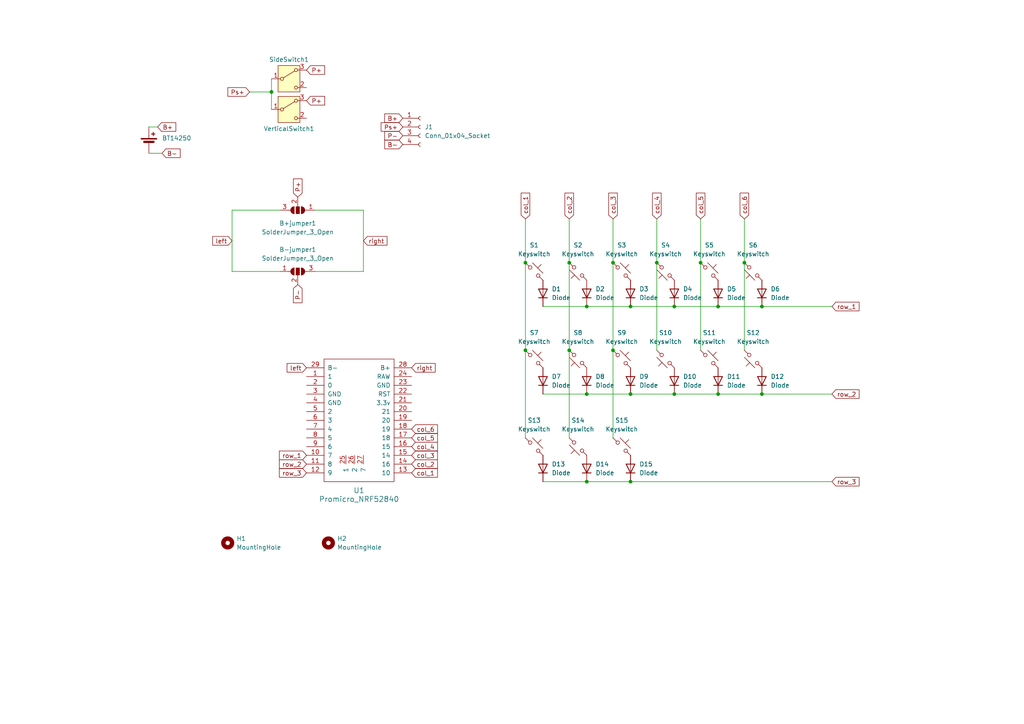
<source format=kicad_sch>
(kicad_sch (version 20250114) (generator "eeschema") (generator_version "9.0")
  (paper "A4")
  (lib_symbols
    (symbol "Connector:Conn_01x04_Socket" (pin_names (offset 1.016) (hide yes))
      (property "Reference" "J" (at 0 5.08 0))
      (property "Value" "Conn_01x04_Socket" (at 0 -7.62 0))
      (symbol "Conn_01x04_Socket_1_1"
        (polyline (pts (xy -1.27 2.54) (xy -0.508 2.54)) (stroke (width 0.1524)))
        (polyline (pts (xy -1.27 0) (xy -0.508 0)) (stroke (width 0.1524)))
        (polyline (pts (xy -1.27 -2.54) (xy -0.508 -2.54)) (stroke (width 0.1524)))
        (polyline (pts (xy -1.27 -5.08) (xy -0.508 -5.08)) (stroke (width 0.1524)))
        (arc (start 0 2.032) (mid -0.5058 2.54) (end 0 3.048) (stroke (width 0.1524)))
        (arc (start 0 -0.508) (mid -0.5058 0) (end 0 0.508) (stroke (width 0.1524)))
        (arc (start 0 -3.048) (mid -0.5058 -2.54) (end 0 -2.032) (stroke (width 0.1524)))
        (arc (start 0 -5.588) (mid -0.5058 -5.08) (end 0 -4.572) (stroke (width 0.1524)))
        (pin passive line (at -5.08 2.54 0) (length 3.81) (name "Pin_1") (number "1"))
        (pin passive line (at -5.08 0 0) (length 3.81) (name "Pin_2") (number "2"))
        (pin passive line (at -5.08 -2.54 0) (length 3.81) (name "Pin_3") (number "3"))
        (pin passive line (at -5.08 -5.08 0) (length 3.81) (name "Pin_4") (number "4"))
      )
    )
    (symbol "Device:Battery_Cell" (pin_numbers (hide yes)) (pin_names (offset 0) (hide yes))
      (property "Reference" "BT" (at 2.54 2.54 0))
      (property "Value" "Battery_Cell" (at 2.54 0 0))
      (symbol "Battery_Cell_0_1"
        (rectangle (start -2.286 1.778) (end 2.286 1.524) (fill (type outline)))
        (rectangle (start -1.524 1.016) (end 1.524 0.508) (fill (type outline)))
        (polyline (pts (xy 0 1.778) (xy 0 2.54)))
        (polyline (pts (xy 0 0.762) (xy 0 0)))
        (polyline (pts (xy 0.762 3.048) (xy 1.778 3.048)) (stroke (width 0.254)))
        (polyline (pts (xy 1.27 3.556) (xy 1.27 2.54)) (stroke (width 0.254)))
      )
      (symbol "Battery_Cell_1_1"
        (pin passive line (at 0 5.08 270) (length 2.54) (name "+") (number "1"))
        (pin passive line (at 0 -2.54 90) (length 2.54) (name "-") (number "2"))
      )
    )
    (symbol "Jumper:SolderJumper_3_Open" (pin_names (offset 0) (hide yes)) (in_bom no)
      (property "Reference" "JP" (at -2.54 -2.54 0))
      (property "Value" "SolderJumper_3_Open" (at 0 2.794 0))
      (symbol "SolderJumper_3_Open_0_1"
        (polyline (pts (xy -2.54 0) (xy -2.032 0)))
        (polyline (pts (xy -1.016 1.016) (xy -1.016 -1.016)))
        (arc (start -1.016 -1.016) (mid -2.0276 0) (end -1.016 1.016))
        (arc (start -1.016 -1.016) (mid -2.0276 0) (end -1.016 1.016) (fill (type outline)))
        (rectangle (start -0.508 1.016) (end 0.508 -1.016) (fill (type outline)))
        (polyline (pts (xy 0 -1.27) (xy 0 -1.016)))
        (arc (start 1.016 1.016) (mid 2.0276 0) (end 1.016 -1.016))
        (arc (start 1.016 1.016) (mid 2.0276 0) (end 1.016 -1.016) (fill (type outline)))
        (polyline (pts (xy 1.016 1.016) (xy 1.016 -1.016)))
        (polyline (pts (xy 2.54 0) (xy 2.032 0)))
      )
      (symbol "SolderJumper_3_Open_1_1"
        (pin passive line (at -5.08 0 0) (length 2.54) (name "A") (number "1"))
        (pin passive line (at 0 -3.81 90) (length 2.54) (name "C") (number "2"))
        (pin passive line (at 5.08 0 180) (length 2.54) (name "B") (number "3"))
      )
    )
    (symbol "Lander03xD:MCU_promicro_nrf52840" (pin_names (offset 1.016))
      (property "Reference" "U" (at 0 0 0))
      (property "Value" "Promicro_NRF52840" (at 0 -20.32 0))
      (symbol "MCU_promicro_nrf52840_0_1"
        (rectangle (start -10.16 17.78) (end 10.16 -17.78))
      )
      (symbol "MCU_promicro_nrf52840_1_1"
        (pin input line (at -15.24 15.24 0) (length 5.08) (name "B-") (number "29"))
        (pin input line (at -15.24 12.7 0) (length 5.08) (name "1") (number "1"))
        (pin input line (at -15.24 10.16 0) (length 5.08) (name "0") (number "2"))
        (pin input line (at -15.24 7.62 0) (length 5.08) (name "GND") (number "3"))
        (pin input line (at -15.24 5.08 0) (length 5.08) (name "GND") (number "4"))
        (pin input line (at -15.24 2.54 0) (length 5.08) (name "2") (number "5"))
        (pin input line (at -15.24 0 0) (length 5.08) (name "3") (number "6"))
        (pin input line (at -15.24 -2.54 0) (length 5.08) (name "4") (number "7"))
        (pin input line (at -15.24 -5.08 0) (length 5.08) (name "5") (number "8"))
        (pin input line (at -15.24 -7.62 0) (length 5.08) (name "6") (number "9"))
        (pin input line (at -15.24 -10.16 0) (length 5.08) (name "7") (number "10"))
        (pin input line (at -15.24 -12.7 0) (length 5.08) (name "8") (number "11"))
        (pin input line (at -15.24 -15.24 0) (length 5.08) (name "9") (number "12"))
        (pin input line (at -3.81 -10.16 270) (length 2.5) (name "1") (number "25"))
        (pin input line (at -1.27 -10.16 270) (length 2.5) (name "2") (number "26"))
        (pin input line (at 1.27 -10.16 270) (length 2.5) (name "7") (number "27"))
        (pin input line (at 15.24 15.24 180) (length 5.08) (name "B+") (number "28"))
        (pin input line (at 15.24 12.7 180) (length 5.08) (name "RAW") (number "24"))
        (pin input line (at 15.24 10.16 180) (length 5.08) (name "GND") (number "23"))
        (pin input line (at 15.24 7.62 180) (length 5.08) (name "RST") (number "22"))
        (pin input line (at 15.24 5.08 180) (length 5.08) (name "3.3v") (number "21"))
        (pin input line (at 15.24 2.54 180) (length 5.08) (name "21") (number "20"))
        (pin input line (at 15.24 0 180) (length 5.08) (name "20") (number "19"))
        (pin input line (at 15.24 -2.54 180) (length 5.08) (name "19") (number "18"))
        (pin input line (at 15.24 -5.08 180) (length 5.08) (name "18") (number "17"))
        (pin input line (at 15.24 -7.62 180) (length 5.08) (name "15") (number "16"))
        (pin input line (at 15.24 -10.16 180) (length 5.08) (name "14") (number "15"))
        (pin input line (at 15.24 -12.7 180) (length 5.08) (name "16") (number "14"))
        (pin input line (at 15.24 -15.24 180) (length 5.08) (name "10") (number "13"))
      )
    )
    (symbol "Mechanical:MountingHole" (pin_names (offset 1.016)) (in_bom no)
      (property "Reference" "H" (at 0 5.08 0))
      (property "Value" "MountingHole" (at 0 3.175 0))
      (symbol "MountingHole_0_1"
        (circle (center 0 0) (radius 1.27) (stroke (width 1.27)))
      )
    )
    (symbol "ScottoKeebs:Placeholder_Diode" (pin_numbers (hide yes)) (pin_names (hide yes))
      (property "Reference" "D" (at 0 2.54 0))
      (property "Value" "Diode" (at 0 -2.54 0))
      (symbol "Placeholder_Diode_0_1"
        (polyline (pts (xy -1.27 1.27) (xy -1.27 -1.27)) (stroke (width 0.254)))
        (polyline (pts (xy 1.27 1.27) (xy 1.27 -1.27) (xy -1.27 0) (xy 1.27 1.27)) (stroke (width 0.254)))
        (polyline (pts (xy 1.27 0) (xy -1.27 0)))
      )
      (symbol "Placeholder_Diode_1_1"
        (pin passive line (at -3.81 0 0) (length 2.54) (name "K") (number "1"))
        (pin passive line (at 3.81 0 180) (length 2.54) (name "A") (number "2"))
      )
    )
    (symbol "ScottoKeebs:Placeholder_Keyswitch" (pin_numbers (hide yes)) (pin_names (offset 1.016) (hide yes))
      (property "Reference" "S" (at 3.048 1.016 0))
      (property "Value" "Keyswitch" (at 0 -3.81 0))
      (symbol "Placeholder_Keyswitch_0_1"
        (polyline (pts (xy -2.54 2.54) (xy -1.524 1.524) (xy -1.524 1.524)))
        (circle (center -1.1684 1.1684) (radius 0.508))
        (polyline (pts (xy -0.508 2.54) (xy 2.54 -0.508)))
        (polyline (pts (xy 1.016 1.016) (xy 2.032 2.032)))
        (circle (center 1.143 -1.1938) (radius 0.508))
        (polyline (pts (xy 1.524 -1.524) (xy 2.54 -2.54) (xy 2.54 -2.54) (xy 2.54 -2.54)))
        (pin passive line (at -2.54 2.54 0) (length 0) (name "1") (number "1"))
        (pin passive line (at 2.54 -2.54 180) (length 0) (name "2") (number "2"))
      )
    )
    (symbol "Switch:SW_SPDT_312" (pin_names (offset 1) (hide yes))
      (property "Reference" "SW" (at 0 5.08 0))
      (property "Value" "SW_SPDT_312" (at 0 -5.08 0))
      (symbol "SW_SPDT_312_0_1"
        (circle (center -2.032 0) (radius 0.4572))
        (polyline (pts (xy -1.651 0.254) (xy 1.651 2.286)))
        (circle (center 2.032 2.54) (radius 0.4572))
        (circle (center 2.032 -2.54) (radius 0.4572))
      )
      (symbol "SW_SPDT_312_1_1"
        (rectangle (start -3.175 3.81) (end 3.175 -3.81) (fill (type background)))
        (pin passive line (at -5.08 0 0) (length 2.54) (name "B") (number "1"))
        (pin passive line (at 5.08 2.54 180) (length 2.54) (name "A") (number "3"))
        (pin passive line (at 5.08 -2.54 180) (length 2.54) (name "C") (number "2"))
      )
    )
  )
  (junction (at 208.28 88.9))
  (junction (at 177.8 101.6))
  (junction (at 195.58 88.9))
  (junction (at 170.18 139.7))
  (junction (at 220.98 114.3))
  (junction (at 195.58 114.3))
  (junction (at 152.4 101.6))
  (junction (at 170.18 114.3))
  (junction (at 215.9 76.2))
  (junction (at 220.98 88.9))
  (junction (at 182.88 88.9))
  (junction (at 203.2 76.2))
  (junction (at 152.4 76.2))
  (junction (at 190.5 76.2))
  (junction (at 182.88 139.7))
  (junction (at 182.88 114.3))
  (junction (at 208.28 114.3))
  (junction (at 170.18 88.9))
  (junction (at 165.1 101.6))
  (junction (at 78.74 26.67))
  (junction (at 177.8 76.2))
  (junction (at 165.1 76.2))
  (wire (pts (xy 152.4 63.5) (xy 152.4 76.2)))
  (wire (pts (xy 105.41 78.74) (xy 105.41 60.96)))
  (wire (pts (xy 157.48 114.3) (xy 170.18 114.3)))
  (wire (pts (xy 195.58 114.3) (xy 208.28 114.3)))
  (wire (pts (xy 195.58 88.9) (xy 208.28 88.9)))
  (wire (pts (xy 220.98 88.9) (xy 241.3 88.9)))
  (wire (pts (xy 45.72 36.83) (xy 43.18 36.83)))
  (wire (pts (xy 43.18 44.45) (xy 46.99 44.45)))
  (wire (pts (xy 170.18 114.3) (xy 182.88 114.3)))
  (wire (pts (xy 190.5 63.5) (xy 190.5 76.2)))
  (wire (pts (xy 177.8 101.6) (xy 177.8 127)))
  (wire (pts (xy 177.8 76.2) (xy 177.8 101.6)))
  (wire (pts (xy 170.18 139.7) (xy 182.88 139.7)))
  (wire (pts (xy 203.2 76.2) (xy 203.2 101.6)))
  (wire (pts (xy 67.31 60.96) (xy 81.28 60.96)))
  (wire (pts (xy 72.39 26.67) (xy 78.74 26.67)))
  (wire (pts (xy 157.48 139.7) (xy 170.18 139.7)))
  (wire (pts (xy 203.2 63.5) (xy 203.2 76.2)))
  (wire (pts (xy 220.98 114.3) (xy 241.3 114.3)))
  (wire (pts (xy 152.4 101.6) (xy 152.4 127)))
  (wire (pts (xy 182.88 88.9) (xy 195.58 88.9)))
  (wire (pts (xy 165.1 101.6) (xy 165.1 127)))
  (wire (pts (xy 165.1 76.2) (xy 165.1 101.6)))
  (wire (pts (xy 157.48 88.9) (xy 170.18 88.9)))
  (wire (pts (xy 78.74 26.67) (xy 78.74 31.75)))
  (wire (pts (xy 81.28 78.74) (xy 67.31 78.74)))
  (wire (pts (xy 152.4 76.2) (xy 152.4 101.6)))
  (wire (pts (xy 208.28 88.9) (xy 220.98 88.9)))
  (wire (pts (xy 78.74 26.67) (xy 78.74 22.86)))
  (wire (pts (xy 91.44 60.96) (xy 105.41 60.96)))
  (wire (pts (xy 165.1 63.5) (xy 165.1 76.2)))
  (wire (pts (xy 190.5 76.2) (xy 190.5 101.6)))
  (wire (pts (xy 182.88 114.3) (xy 195.58 114.3)))
  (wire (pts (xy 105.41 78.74) (xy 91.44 78.74)))
  (wire (pts (xy 182.88 139.7) (xy 241.3 139.7)))
  (wire (pts (xy 67.31 60.96) (xy 67.31 78.74)))
  (wire (pts (xy 170.18 88.9) (xy 182.88 88.9)))
  (wire (pts (xy 208.28 114.3) (xy 220.98 114.3)))
  (wire (pts (xy 177.8 63.5) (xy 177.8 76.2)))
  (wire (pts (xy 215.9 63.5) (xy 215.9 76.2)))
  (wire (pts (xy 215.9 76.2) (xy 215.9 101.6)))
  (global_label "Ps+" (shape input) (at 72.39 26.67 180) (property "Intersheetrefs" "${INTERSHEET_REFS}" (effects (hide yes))))
  (global_label "P+" (shape input) (at 88.9 29.21 0) (property "Intersheetrefs" "${INTERSHEET_REFS}" (effects (hide yes))))
  (global_label "row_3" (shape input) (at 241.3 139.7 0) (property "Intersheetrefs" "${INTERSHEET_REFS}" (effects (hide yes))))
  (global_label "right" (shape input) (at 119.38 106.68 0) (property "Intersheetrefs" "${INTERSHEET_REFS}" (effects (hide yes))))
  (global_label "col_5" (shape input) (at 203.2 63.5 90) (property "Intersheetrefs" "${INTERSHEET_REFS}" (effects (hide yes))))
  (global_label "B-" (shape input) (at 46.99 44.45 0) (property "Intersheetrefs" "${INTERSHEET_REFS}" (effects (hide yes))))
  (global_label "row_1" (shape input) (at 241.3 88.9 0) (property "Intersheetrefs" "${INTERSHEET_REFS}" (effects (hide yes))))
  (global_label "col_3" (shape input) (at 119.38 132.08 0) (property "Intersheetrefs" "${INTERSHEET_REFS}" (effects (hide yes))))
  (global_label "Ps+" (shape input) (at 116.84 36.83 180) (property "Intersheetrefs" "${INTERSHEET_REFS}" (effects (hide yes))))
  (global_label "row_2" (shape input) (at 241.3 114.3 0) (property "Intersheetrefs" "${INTERSHEET_REFS}" (effects (hide yes))))
  (global_label "P+" (shape input) (at 88.9 20.32 0) (property "Intersheetrefs" "${INTERSHEET_REFS}" (effects (hide yes))))
  (global_label "col_2" (shape input) (at 119.38 134.62 0) (property "Intersheetrefs" "${INTERSHEET_REFS}" (effects (hide yes))))
  (global_label "row_1" (shape input) (at 88.9 132.08 180) (property "Intersheetrefs" "${INTERSHEET_REFS}" (effects (hide yes))))
  (global_label "col_6" (shape input) (at 119.38 124.46 0) (property "Intersheetrefs" "${INTERSHEET_REFS}" (effects (hide yes))))
  (global_label "col_1" (shape input) (at 152.4 63.5 90) (property "Intersheetrefs" "${INTERSHEET_REFS}" (effects (hide yes))))
  (global_label "P+" (shape input) (at 86.36 57.15 90) (property "Intersheetrefs" "${INTERSHEET_REFS}" (effects (hide yes))))
  (global_label "right" (shape input) (at 105.41 69.85 0) (property "Intersheetrefs" "${INTERSHEET_REFS}" (effects (hide yes))))
  (global_label "row_2" (shape input) (at 88.9 134.62 180) (property "Intersheetrefs" "${INTERSHEET_REFS}" (effects (hide yes))))
  (global_label "P-" (shape input) (at 116.84 39.37 180) (property "Intersheetrefs" "${INTERSHEET_REFS}" (effects (hide yes))))
  (global_label "left" (shape input) (at 67.31 69.85 180) (property "Intersheetrefs" "${INTERSHEET_REFS}" (effects (hide yes))))
  (global_label "P-" (shape input) (at 86.36 82.55 270) (property "Intersheetrefs" "${INTERSHEET_REFS}" (effects (hide yes))))
  (global_label "col_2" (shape input) (at 165.1 63.5 90) (property "Intersheetrefs" "${INTERSHEET_REFS}" (effects (hide yes))))
  (global_label "col_6" (shape input) (at 215.9 63.5 90) (property "Intersheetrefs" "${INTERSHEET_REFS}" (effects (hide yes))))
  (global_label "col_1" (shape input) (at 119.38 137.16 0) (property "Intersheetrefs" "${INTERSHEET_REFS}" (effects (hide yes))))
  (global_label "left" (shape input) (at 88.9 106.68 180) (property "Intersheetrefs" "${INTERSHEET_REFS}" (effects (hide yes))))
  (global_label "B+" (shape input) (at 45.72 36.83 0) (property "Intersheetrefs" "${INTERSHEET_REFS}" (effects (hide yes))))
  (global_label "col_3" (shape input) (at 177.8 63.5 90) (property "Intersheetrefs" "${INTERSHEET_REFS}" (effects (hide yes))))
  (global_label "B-" (shape input) (at 116.84 41.91 180) (property "Intersheetrefs" "${INTERSHEET_REFS}" (effects (hide yes))))
  (global_label "col_4" (shape input) (at 119.38 129.54 0) (property "Intersheetrefs" "${INTERSHEET_REFS}" (effects (hide yes))))
  (global_label "B+" (shape input) (at 116.84 34.29 180) (property "Intersheetrefs" "${INTERSHEET_REFS}" (effects (hide yes))))
  (global_label "col_4" (shape input) (at 190.5 63.5 90) (property "Intersheetrefs" "${INTERSHEET_REFS}" (effects (hide yes))))
  (global_label "col_5" (shape input) (at 119.38 127 0) (property "Intersheetrefs" "${INTERSHEET_REFS}" (effects (hide yes))))
  (global_label "row_3" (shape input) (at 88.9 137.16 180) (property "Intersheetrefs" "${INTERSHEET_REFS}" (effects (hide yes))))
  (symbol (lib_id "Switch:SW_SPDT_312") (at 83.82 22.86 0) (unit 1)
    (property "Reference" "SideSwitch1" (at 83.82 17.272 0))
    (property "Value" "SW_SPDT_312" (effects (hide yes)))
    (property "Footprint" "lander03xD:powerswitch_SK12D07VG" (effects (hide yes)))
    (property "Description" "Switch, single pole double throw" (effects (hide yes)))
  )
  (symbol (lib_id "ScottoKeebs:Placeholder_Diode") (at 170.18 110.49 90) (unit 1)
    (property "Reference" "D8" (at 172.72 109.2199 90) (effects (justify right)))
    (property "Value" "Diode" (at 172.72 111.7599 90) (effects (justify right)))
    (property "Footprint" "lander03xD:Diode_DO-35_DO35_unprinted" (effects (hide yes)))
    (property "Description" "1N4148 (DO-35) or 1N4148W (SOD-123)" (effects (hide yes)))
    (property "Sim.Device" "D" (effects (hide yes)))
    (property "Sim.Pins" "1=K 2=A" (effects (hide yes)))
  )
  (symbol (lib_id "ScottoKeebs:Placeholder_Diode") (at 157.48 135.89 90) (unit 1)
    (property "Reference" "D13" (at 160.02 134.6199 90) (effects (justify right)))
    (property "Value" "Diode" (at 160.02 137.1599 90) (effects (justify right)))
    (property "Footprint" "lander03xD:Diode_DO-35_DO35_unprinted" (effects (hide yes)))
    (property "Description" "1N4148 (DO-35) or 1N4148W (SOD-123)" (effects (hide yes)))
    (property "Sim.Device" "D" (effects (hide yes)))
    (property "Sim.Pins" "1=K 2=A" (effects (hide yes)))
  )
  (symbol (lib_id "ScottoKeebs:Placeholder_Diode") (at 157.48 85.09 90) (unit 1)
    (property "Reference" "D1" (at 160.02 83.8199 90) (effects (justify right)))
    (property "Value" "Diode" (at 160.02 86.3599 90) (effects (justify right)))
    (property "Footprint" "lander03xD:Diode_DO-35_DO35_unprinted" (effects (hide yes)))
    (property "Description" "1N4148 (DO-35) or 1N4148W (SOD-123)" (effects (hide yes)))
    (property "Sim.Device" "D" (effects (hide yes)))
    (property "Sim.Pins" "1=K 2=A" (effects (hide yes)))
  )
  (symbol (lib_id "Device:Battery_Cell") (at 43.18 41.91 0) (unit 1)
    (property "Reference" "BT14250" (at 46.99 40.0684 0) (effects (justify left)))
    (property "Value" "14250" (effects (hide yes)))
    (property "Footprint" "lander03xD:SbM-9202_14250_battery_holder" (effects (hide yes)))
    (property "Description" "Single-cell battery" (effects (hide yes)))
  )
  (symbol (lib_id "ScottoKeebs:Placeholder_Keyswitch") (at 154.94 78.74 0) (unit 1)
    (property "Reference" "S1" (at 154.94 71.12 0))
    (property "Value" "Keyswitch" (at 154.94 73.66 0))
    (property "Footprint" "lander03xD:Hotswap_1.00u_reversible_18.5mm" (effects (hide yes)))
    (property "Description" "Push button switch, normally open, two pins, 45° tilted" (effects (hide yes)))
  )
  (symbol (lib_id "ScottoKeebs:Placeholder_Diode") (at 195.58 110.49 90) (unit 1)
    (property "Reference" "D10" (at 198.12 109.2199 90) (effects (justify right)))
    (property "Value" "Diode" (at 198.12 111.7599 90) (effects (justify right)))
    (property "Footprint" "lander03xD:Diode_DO-35_DO35_unprinted" (effects (hide yes)))
    (property "Description" "1N4148 (DO-35) or 1N4148W (SOD-123)" (effects (hide yes)))
    (property "Sim.Device" "D" (effects (hide yes)))
    (property "Sim.Pins" "1=K 2=A" (effects (hide yes)))
  )
  (symbol (lib_id "ScottoKeebs:Placeholder_Diode") (at 195.58 85.09 90) (unit 1)
    (property "Reference" "D4" (at 198.12 83.8199 90) (effects (justify right)))
    (property "Value" "Diode" (at 198.12 86.3599 90) (effects (justify right)))
    (property "Footprint" "lander03xD:Diode_DO-35_DO35_unprinted" (effects (hide yes)))
    (property "Description" "1N4148 (DO-35) or 1N4148W (SOD-123)" (effects (hide yes)))
    (property "Sim.Device" "D" (effects (hide yes)))
    (property "Sim.Pins" "1=K 2=A" (effects (hide yes)))
  )
  (symbol (lib_id "Connector:Conn_01x04_Socket") (at 121.92 36.83 0) (unit 1)
    (property "Reference" "J1" (at 123.19 36.8299 0) (effects (justify left)))
    (property "Value" "Conn_01x04_Socket" (at 123.19 39.3699 0) (effects (justify left)))
    (property "Footprint" "Apiaster:BMS 1S" (effects (hide yes)))
    (property "Description" "Generic connector, single row, 01x04, script generated" (effects (hide yes)))
  )
  (symbol (lib_id "ScottoKeebs:Placeholder_Diode") (at 208.28 110.49 90) (unit 1)
    (property "Reference" "D11" (at 210.82 109.2199 90) (effects (justify right)))
    (property "Value" "Diode" (at 210.82 111.7599 90) (effects (justify right)))
    (property "Footprint" "lander03xD:Diode_DO-35_DO35_unprinted" (effects (hide yes)))
    (property "Description" "1N4148 (DO-35) or 1N4148W (SOD-123)" (effects (hide yes)))
    (property "Sim.Device" "D" (effects (hide yes)))
    (property "Sim.Pins" "1=K 2=A" (effects (hide yes)))
  )
  (symbol (lib_id "ScottoKeebs:Placeholder_Keyswitch") (at 167.64 104.14 180) (unit 1)
    (property "Reference" "S8" (at 167.64 96.52 0))
    (property "Value" "Keyswitch" (at 167.64 99.06 0))
    (property "Footprint" "lander03xD:Hotswap_1.00u_reversible_18.5mm" (effects (hide yes)))
    (property "Description" "Push button switch, normally open, two pins, 45° tilted" (effects (hide yes)))
  )
  (symbol (lib_id "ScottoKeebs:Placeholder_Keyswitch") (at 193.04 78.74 180) (unit 1)
    (property "Reference" "S4" (at 193.04 71.12 0))
    (property "Value" "Keyswitch" (at 193.04 73.66 0))
    (property "Footprint" "lander03xD:Hotswap_1.00u_reversible_18.5mm" (effects (hide yes)))
    (property "Description" "Push button switch, normally open, two pins, 45° tilted" (effects (hide yes)))
  )
  (symbol (lib_id "ScottoKeebs:Placeholder_Diode") (at 182.88 135.89 90) (unit 1)
    (property "Reference" "D15" (at 185.42 134.6199 90) (effects (justify right)))
    (property "Value" "Diode" (at 185.42 137.1599 90) (effects (justify right)))
    (property "Footprint" "lander03xD:Diode_DO-35_DO35_unprinted" (effects (hide yes)))
    (property "Description" "1N4148 (DO-35) or 1N4148W (SOD-123)" (effects (hide yes)))
    (property "Sim.Device" "D" (effects (hide yes)))
    (property "Sim.Pins" "1=K 2=A" (effects (hide yes)))
  )
  (symbol (lib_id "ScottoKeebs:Placeholder_Diode") (at 170.18 135.89 90) (unit 1)
    (property "Reference" "D14" (at 172.72 134.6199 90) (effects (justify right)))
    (property "Value" "Diode" (at 172.72 137.1599 90) (effects (justify right)))
    (property "Footprint" "lander03xD:Diode_DO-35_DO35_unprinted" (effects (hide yes)))
    (property "Description" "1N4148 (DO-35) or 1N4148W (SOD-123)" (effects (hide yes)))
    (property "Sim.Device" "D" (effects (hide yes)))
    (property "Sim.Pins" "1=K 2=A" (effects (hide yes)))
  )
  (symbol (lib_id "ScottoKeebs:Placeholder_Keyswitch") (at 218.44 78.74 180) (unit 1)
    (property "Reference" "S6" (at 218.44 71.12 0))
    (property "Value" "Keyswitch" (at 218.44 73.66 0))
    (property "Footprint" "lander03xD:Hotswap_1.00u_reversible_18.5mm" (effects (hide yes)))
    (property "Description" "Push button switch, normally open, two pins, 45° tilted" (effects (hide yes)))
  )
  (symbol (lib_id "ScottoKeebs:Placeholder_Keyswitch") (at 154.94 104.14 0) (unit 1)
    (property "Reference" "S7" (at 154.94 96.52 0))
    (property "Value" "Keyswitch" (at 154.94 99.06 0))
    (property "Footprint" "lander03xD:Hotswap_1.00u_reversible_18.5mm" (effects (hide yes)))
    (property "Description" "Push button switch, normally open, two pins, 45° tilted" (effects (hide yes)))
  )
  (symbol (lib_id "Jumper:SolderJumper_3_Open") (at 86.36 60.96 180) (unit 1) (in_bom no)
    (property "Reference" "B+jumper1" (at 86.36 64.77 0))
    (property "Value" "SolderJumper_3_Open" (at 86.36 67.31 0))
    (property "Footprint" "Jumper:SolderJumper-3_P2.0mm_Open_TrianglePad1.0x1.5mm" (effects (hide yes)))
    (property "Description" "Solder Jumper, 3-pole, open" (effects (hide yes)))
  )
  (symbol (lib_id "ScottoKeebs:Placeholder_Keyswitch") (at 218.44 104.14 180) (unit 1)
    (property "Reference" "S12" (at 218.44 96.52 0))
    (property "Value" "Keyswitch" (at 218.44 99.06 0))
    (property "Footprint" "lander03xD:Hotswap_1.00u_reversible_18.5mm" (effects (hide yes)))
    (property "Description" "Push button switch, normally open, two pins, 45° tilted" (effects (hide yes)))
  )
  (symbol (lib_id "Jumper:SolderJumper_3_Open") (at 86.36 78.74 0) (unit 1) (in_bom no)
    (property "Reference" "B-jumper1" (at 86.36 72.39 0))
    (property "Value" "SolderJumper_3_Open" (at 86.36 74.93 0))
    (property "Footprint" "Jumper:SolderJumper-3_P2.0mm_Open_TrianglePad1.0x1.5mm" (effects (hide yes)))
    (property "Description" "Solder Jumper, 3-pole, open" (effects (hide yes)))
  )
  (symbol (lib_id "ScottoKeebs:Placeholder_Keyswitch") (at 154.94 129.54 0) (unit 1)
    (property "Reference" "S13" (at 154.94 121.92 0))
    (property "Value" "Keyswitch" (at 154.94 124.46 0))
    (property "Footprint" "lander03xD:Hotswap_1.00u_reversible_18.5mm" (effects (hide yes)))
    (property "Description" "Push button switch, normally open, two pins, 45° tilted" (effects (hide yes)))
  )
  (symbol (lib_id "ScottoKeebs:Placeholder_Diode") (at 220.98 110.49 90) (unit 1)
    (property "Reference" "D12" (at 223.52 109.2199 90) (effects (justify right)))
    (property "Value" "Diode" (at 223.52 111.7599 90) (effects (justify right)))
    (property "Footprint" "lander03xD:Diode_DO-35_DO35_unprinted" (effects (hide yes)))
    (property "Description" "1N4148 (DO-35) or 1N4148W (SOD-123)" (effects (hide yes)))
    (property "Sim.Device" "D" (effects (hide yes)))
    (property "Sim.Pins" "1=K 2=A" (effects (hide yes)))
  )
  (symbol (lib_id "ScottoKeebs:Placeholder_Keyswitch") (at 167.64 129.54 180) (unit 1)
    (property "Reference" "S14" (at 167.64 121.92 0))
    (property "Value" "Keyswitch" (at 167.64 124.46 0))
    (property "Footprint" "lander03xD:Hotswap_1.00u_reversible_18.5mm" (effects (hide yes)))
    (property "Description" "Push button switch, normally open, two pins, 45° tilted" (effects (hide yes)))
  )
  (symbol (lib_id "ScottoKeebs:Placeholder_Diode") (at 170.18 85.09 90) (unit 1)
    (property "Reference" "D2" (at 172.72 83.8199 90) (effects (justify right)))
    (property "Value" "Diode" (at 172.72 86.3599 90) (effects (justify right)))
    (property "Footprint" "lander03xD:Diode_DO-35_DO35_unprinted" (effects (hide yes)))
    (property "Description" "1N4148 (DO-35) or 1N4148W (SOD-123)" (effects (hide yes)))
    (property "Sim.Device" "D" (effects (hide yes)))
    (property "Sim.Pins" "1=K 2=A" (effects (hide yes)))
  )
  (symbol (lib_id "Mechanical:MountingHole") (at 66.04 157.48 0) (unit 1) (in_bom no)
    (property "Reference" "H1" (at 68.58 156.2099 0) (effects (justify left)))
    (property "Value" "MountingHole" (at 68.58 158.7499 0) (effects (justify left)))
    (property "Footprint" "MountingHole:MountingHole_2.2mm_M2" (effects (hide yes)))
    (property "Description" "Mounting Hole without connection" (effects (hide yes)))
  )
  (symbol (lib_id "ScottoKeebs:Placeholder_Keyswitch") (at 180.34 104.14 0) (unit 1)
    (property "Reference" "S9" (at 180.34 96.52 0))
    (property "Value" "Keyswitch" (at 180.34 99.06 0))
    (property "Footprint" "lander03xD:Hotswap_1.00u_reversible_18.5mm" (effects (hide yes)))
    (property "Description" "Push button switch, normally open, two pins, 45° tilted" (effects (hide yes)))
  )
  (symbol (lib_id "ScottoKeebs:Placeholder_Keyswitch") (at 193.04 104.14 180) (unit 1)
    (property "Reference" "S10" (at 193.04 96.52 0))
    (property "Value" "Keyswitch" (at 193.04 99.06 0))
    (property "Footprint" "lander03xD:Hotswap_1.00u_reversible_18.5mm" (effects (hide yes)))
    (property "Description" "Push button switch, normally open, two pins, 45° tilted" (effects (hide yes)))
  )
  (symbol (lib_id "ScottoKeebs:Placeholder_Diode") (at 220.98 85.09 90) (unit 1)
    (property "Reference" "D6" (at 223.52 83.8199 90) (effects (justify right)))
    (property "Value" "Diode" (at 223.52 86.3599 90) (effects (justify right)))
    (property "Footprint" "lander03xD:Diode_DO-35_DO35_unprinted" (effects (hide yes)))
    (property "Description" "1N4148 (DO-35) or 1N4148W (SOD-123)" (effects (hide yes)))
    (property "Sim.Device" "D" (effects (hide yes)))
    (property "Sim.Pins" "1=K 2=A" (effects (hide yes)))
  )
  (symbol (lib_id "Lander03xD:MCU_promicro_nrf52840") (at 104.14 121.92 0) (unit 1)
    (property "Reference" "U1" (at 104.14 142.24 0) (effects (font (size 1.524 1.524))))
    (property "Value" "Promicro_NRF52840" (at 104.14 144.78 0) (effects (font (size 1.524 1.524))))
    (property "Footprint" "lander03xD:Promicro_nrf52840" (effects (hide yes)))
  )
  (symbol (lib_id "ScottoKeebs:Placeholder_Diode") (at 157.48 110.49 90) (unit 1)
    (property "Reference" "D7" (at 160.02 109.2199 90) (effects (justify right)))
    (property "Value" "Diode" (at 160.02 111.7599 90) (effects (justify right)))
    (property "Footprint" "lander03xD:Diode_DO-35_DO35_unprinted" (effects (hide yes)))
    (property "Description" "1N4148 (DO-35) or 1N4148W (SOD-123)" (effects (hide yes)))
    (property "Sim.Device" "D" (effects (hide yes)))
    (property "Sim.Pins" "1=K 2=A" (effects (hide yes)))
  )
  (symbol (lib_id "ScottoKeebs:Placeholder_Keyswitch") (at 180.34 78.74 0) (unit 1)
    (property "Reference" "S3" (at 180.34 71.12 0))
    (property "Value" "Keyswitch" (at 180.34 73.66 0))
    (property "Footprint" "lander03xD:Hotswap_1.00u_reversible_18.5mm" (effects (hide yes)))
    (property "Description" "Push button switch, normally open, two pins, 45° tilted" (effects (hide yes)))
  )
  (symbol (lib_id "ScottoKeebs:Placeholder_Keyswitch") (at 180.34 129.54 0) (unit 1)
    (property "Reference" "S15" (at 180.34 121.92 0))
    (property "Value" "Keyswitch" (at 180.34 124.46 0))
    (property "Footprint" "lander03xD:Hotswap_1.00u_reversible_18.5mm" (effects (hide yes)))
    (property "Description" "Push button switch, normally open, two pins, 45° tilted" (effects (hide yes)))
  )
  (symbol (lib_id "ScottoKeebs:Placeholder_Keyswitch") (at 205.74 78.74 0) (unit 1)
    (property "Reference" "S5" (at 205.74 71.12 0))
    (property "Value" "Keyswitch" (at 205.74 73.66 0))
    (property "Footprint" "lander03xD:Hotswap_1.00u_reversible_18.5mm" (effects (hide yes)))
    (property "Description" "Push button switch, normally open, two pins, 45° tilted" (effects (hide yes)))
  )
  (symbol (lib_id "ScottoKeebs:Placeholder_Diode") (at 208.28 85.09 90) (unit 1)
    (property "Reference" "D5" (at 210.82 83.8199 90) (effects (justify right)))
    (property "Value" "Diode" (at 210.82 86.3599 90) (effects (justify right)))
    (property "Footprint" "lander03xD:Diode_DO-35_DO35_unprinted" (effects (hide yes)))
    (property "Description" "1N4148 (DO-35) or 1N4148W (SOD-123)" (effects (hide yes)))
    (property "Sim.Device" "D" (effects (hide yes)))
    (property "Sim.Pins" "1=K 2=A" (effects (hide yes)))
  )
  (symbol (lib_id "ScottoKeebs:Placeholder_Diode") (at 182.88 85.09 90) (unit 1)
    (property "Reference" "D3" (at 185.42 83.8199 90) (effects (justify right)))
    (property "Value" "Diode" (at 185.42 86.3599 90) (effects (justify right)))
    (property "Footprint" "lander03xD:Diode_DO-35_DO35_unprinted" (effects (hide yes)))
    (property "Description" "1N4148 (DO-35) or 1N4148W (SOD-123)" (effects (hide yes)))
    (property "Sim.Device" "D" (effects (hide yes)))
    (property "Sim.Pins" "1=K 2=A" (effects (hide yes)))
  )
  (symbol (lib_id "ScottoKeebs:Placeholder_Keyswitch") (at 205.74 104.14 0) (unit 1)
    (property "Reference" "S11" (at 205.74 96.52 0))
    (property "Value" "Keyswitch" (at 205.74 99.06 0))
    (property "Footprint" "lander03xD:Hotswap_1.00u_reversible_18.5mm" (effects (hide yes)))
    (property "Description" "Push button switch, normally open, two pins, 45° tilted" (effects (hide yes)))
  )
  (symbol (lib_id "Mechanical:MountingHole") (at 95.25 157.48 0) (unit 1) (in_bom no)
    (property "Reference" "H2" (at 97.79 156.2099 0) (effects (justify left)))
    (property "Value" "MountingHole" (at 97.79 158.7499 0) (effects (justify left)))
    (property "Footprint" "MountingHole:MountingHole_2.2mm_M2" (effects (hide yes)))
    (property "Description" "Mounting Hole without connection" (effects (hide yes)))
  )
  (symbol (lib_id "ScottoKeebs:Placeholder_Keyswitch") (at 167.64 78.74 180) (unit 1)
    (property "Reference" "S2" (at 167.64 71.12 0))
    (property "Value" "Keyswitch" (at 167.64 73.66 0))
    (property "Footprint" "lander03xD:Hotswap_1.00u_reversible_18.5mm" (effects (hide yes)))
    (property "Description" "Push button switch, normally open, two pins, 45° tilted" (effects (hide yes)))
  )
  (symbol (lib_id "Switch:SW_SPDT_312") (at 83.82 31.75 0) (unit 1)
    (property "Reference" "VerticalSwitch1" (at 83.82 37.338 0))
    (property "Value" "SW_SPDT_312" (effects (hide yes)))
    (property "Footprint" "lander03xD:SW_Vertical_Slide_5mm" (effects (hide yes)))
    (property "Description" "Switch, single pole double throw" (effects (hide yes)))
  )
  (symbol (lib_id "ScottoKeebs:Placeholder_Diode") (at 182.88 110.49 90) (unit 1)
    (property "Reference" "D9" (at 185.42 109.2199 90) (effects (justify right)))
    (property "Value" "Diode" (at 185.42 111.7599 90) (effects (justify right)))
    (property "Footprint" "lander03xD:Diode_DO-35_DO35_unprinted" (effects (hide yes)))
    (property "Description" "1N4148 (DO-35) or 1N4148W (SOD-123)" (effects (hide yes)))
    (property "Sim.Device" "D" (effects (hide yes)))
    (property "Sim.Pins" "1=K 2=A" (effects (hide yes)))
  )
)
</source>
